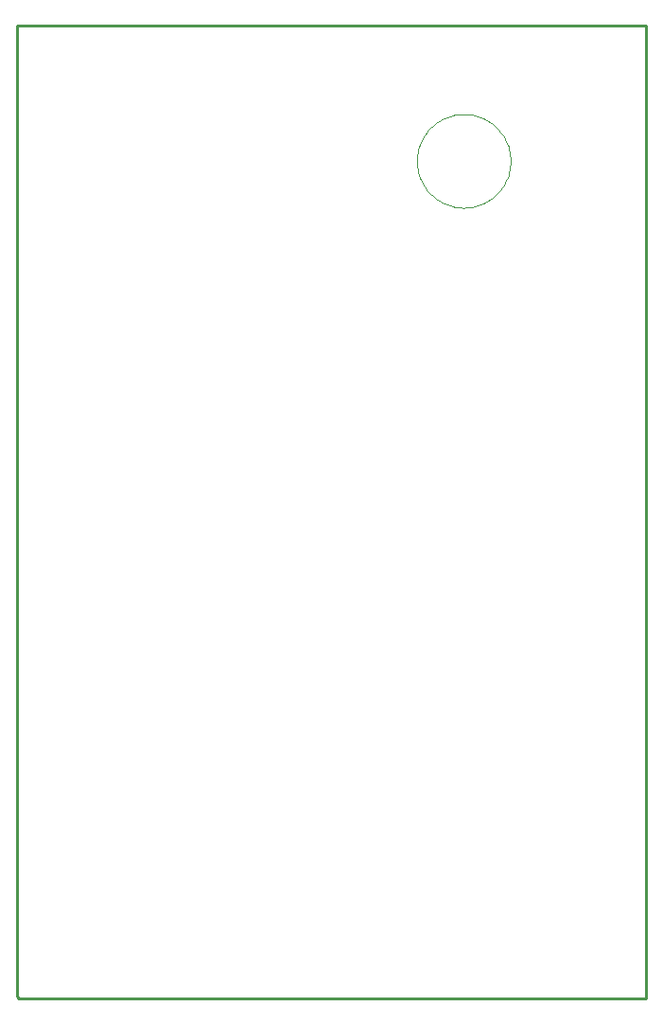
<source format=gko>
G04*
G04 #@! TF.GenerationSoftware,Altium Limited,Altium Designer,20.0.13 (296)*
G04*
G04 Layer_Color=16711935*
%FSLAX25Y25*%
%MOIN*%
G70*
G01*
G75*
%ADD13C,0.00000*%
%ADD20C,0.01000*%
D13*
X173878Y-47736D02*
X173848Y-46740D01*
X173758Y-45747D01*
X173608Y-44762D01*
X173398Y-43788D01*
X173131Y-42827D01*
X172806Y-41885D01*
X172424Y-40964D01*
X171988Y-40068D01*
X171498Y-39200D01*
X170957Y-38363D01*
X170367Y-37560D01*
X169728Y-36795D01*
X169045Y-36069D01*
X168319Y-35386D01*
X167554Y-34748D01*
X166751Y-34157D01*
X165914Y-33616D01*
X165046Y-33126D01*
X164150Y-32690D01*
X163229Y-32308D01*
X162287Y-31983D01*
X161327Y-31716D01*
X160352Y-31506D01*
X159367Y-31356D01*
X158374Y-31266D01*
X157378Y-31236D01*
X156382Y-31266D01*
X155389Y-31356D01*
X154404Y-31506D01*
X153429Y-31716D01*
X152469Y-31983D01*
X151527Y-32309D01*
X150606Y-32690D01*
X149710Y-33126D01*
X148842Y-33616D01*
X148005Y-34157D01*
X147202Y-34748D01*
X146436Y-35386D01*
X145711Y-36069D01*
X145027Y-36795D01*
X144389Y-37560D01*
X143799Y-38363D01*
X143258Y-39200D01*
X142768Y-40068D01*
X142332Y-40964D01*
X141950Y-41885D01*
X141625Y-42827D01*
X141357Y-43788D01*
X141148Y-44762D01*
X140998Y-45747D01*
X140908Y-46740D01*
X140878Y-47736D01*
X140908Y-48733D01*
X140998Y-49725D01*
X141148Y-50710D01*
X141357Y-51685D01*
X141625Y-52645D01*
X141950Y-53587D01*
X142332Y-54508D01*
X142768Y-55404D01*
X143257Y-56272D01*
X143799Y-57109D01*
X144389Y-57912D01*
X145027Y-58678D01*
X145711Y-59404D01*
X146436Y-60087D01*
X147202Y-60725D01*
X148005Y-61315D01*
X148842Y-61857D01*
X149710Y-62346D01*
X150606Y-62783D01*
X151527Y-63164D01*
X152469Y-63489D01*
X153429Y-63757D01*
X154404Y-63966D01*
X155389Y-64116D01*
X156382Y-64206D01*
X157378Y-64236D01*
X158374Y-64206D01*
X159367Y-64116D01*
X160352Y-63966D01*
X161327Y-63757D01*
X162287Y-63489D01*
X163229Y-63164D01*
X164150Y-62783D01*
X165046Y-62346D01*
X165914Y-61857D01*
X166751Y-61316D01*
X167554Y-60725D01*
X168319Y-60087D01*
X169045Y-59404D01*
X169728Y-58678D01*
X170367Y-57912D01*
X170957Y-57109D01*
X171498Y-56272D01*
X171988Y-55404D01*
X172424Y-54508D01*
X172806Y-53587D01*
X173131Y-52645D01*
X173398Y-51685D01*
X173608Y-50710D01*
X173758Y-49725D01*
X173848Y-48732D01*
X173878Y-47736D01*
X173848Y-46740D01*
X173758Y-45747D01*
X173608Y-44762D01*
X173398Y-43788D01*
X173131Y-42827D01*
X172806Y-41885D01*
X172424Y-40964D01*
X171988Y-40068D01*
X171498Y-39200D01*
X170957Y-38363D01*
X170367Y-37560D01*
X169728Y-36795D01*
X169045Y-36069D01*
X168319Y-35386D01*
X167554Y-34748D01*
X166751Y-34157D01*
X165914Y-33616D01*
X165046Y-33126D01*
X164150Y-32690D01*
X163229Y-32308D01*
X162287Y-31983D01*
X161327Y-31716D01*
X160352Y-31506D01*
X159367Y-31356D01*
X158374Y-31266D01*
X157378Y-31236D01*
X156382Y-31266D01*
X155389Y-31356D01*
X154404Y-31506D01*
X153429Y-31716D01*
X152469Y-31983D01*
X151527Y-32309D01*
X150606Y-32690D01*
X149710Y-33126D01*
X148842Y-33616D01*
X148005Y-34157D01*
X147202Y-34748D01*
X146436Y-35386D01*
X145711Y-36069D01*
X145027Y-36795D01*
X144389Y-37560D01*
X143799Y-38363D01*
X143258Y-39200D01*
X142768Y-40068D01*
X142332Y-40964D01*
X141950Y-41885D01*
X141625Y-42827D01*
X141357Y-43788D01*
X141148Y-44762D01*
X140998Y-45747D01*
X140908Y-46740D01*
X140878Y-47736D01*
X140908Y-48733D01*
X140998Y-49725D01*
X141148Y-50710D01*
X141357Y-51685D01*
X141625Y-52645D01*
X141950Y-53587D01*
X142332Y-54508D01*
X142768Y-55404D01*
X143257Y-56272D01*
X143799Y-57109D01*
X144389Y-57912D01*
X145027Y-58678D01*
X145711Y-59404D01*
X146436Y-60087D01*
X147202Y-60725D01*
X148005Y-61315D01*
X148842Y-61857D01*
X149710Y-62346D01*
X150606Y-62783D01*
X151527Y-63164D01*
X152469Y-63489D01*
X153429Y-63757D01*
X154404Y-63966D01*
X155389Y-64116D01*
X156382Y-64206D01*
X157378Y-64236D01*
X158374Y-64206D01*
X159367Y-64116D01*
X160352Y-63966D01*
X161327Y-63757D01*
X162287Y-63489D01*
X163229Y-63164D01*
X164150Y-62783D01*
X165046Y-62346D01*
X165914Y-61857D01*
X166751Y-61316D01*
X167554Y-60725D01*
X168319Y-60087D01*
X169045Y-59404D01*
X169728Y-58678D01*
X170367Y-57912D01*
X170957Y-57109D01*
X171498Y-56272D01*
X171988Y-55404D01*
X172424Y-54508D01*
X172806Y-53587D01*
X173131Y-52645D01*
X173398Y-51685D01*
X173608Y-50710D01*
X173758Y-49725D01*
X173848Y-48732D01*
X173878Y-47736D01*
D20*
X-0Y-0D02*
X221752D01*
Y-342618D02*
Y-0D01*
X591Y-342618D02*
X221752D01*
X-0Y-342028D02*
X591Y-342618D01*
X-0Y-342028D02*
Y-0D01*
M02*

</source>
